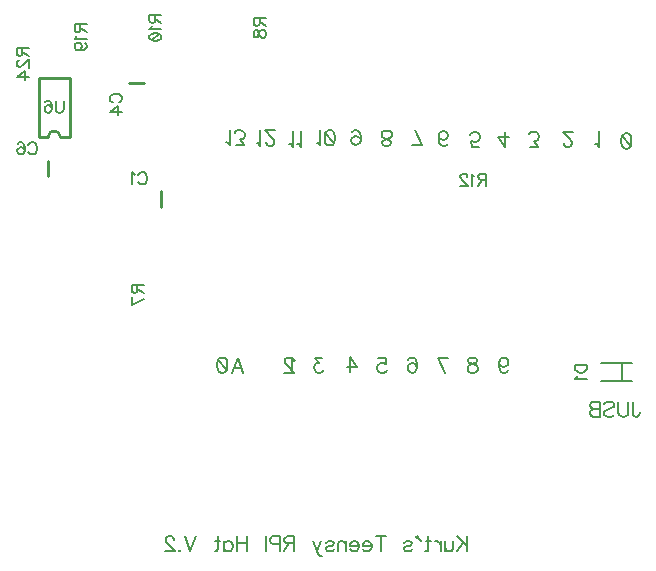
<source format=gbo>
G04 DipTrace 3.0.0.2*
G04 TeensyArbotixProRPIV0.2.gbo*
%MOIN*%
G04 #@! TF.FileFunction,Legend,Bot*
G04 #@! TF.Part,Single*
%ADD10C,0.009843*%
%ADD18C,0.008*%
%ADD121C,0.006176*%
%ADD122C,0.00772*%
%ADD123C,0.007*%
%FSLAX26Y26*%
G04*
G70*
G90*
G75*
G01*
G04 BotSilk*
%LPD*%
X1315061Y1622991D2*
D10*
Y1674133D1*
X1259272Y2035061D2*
X1208130D1*
X940061Y1723130D2*
Y1774272D1*
X2885229Y1102504D2*
D18*
X2853738D1*
X2782863D1*
X2885229Y1041481D2*
X2853738D1*
X2782863D1*
X2853738Y1102504D2*
Y1041481D1*
X908812Y1855274D2*
D10*
Y2052128D1*
X1011188Y1855274D2*
Y2052128D1*
X908812D2*
X1011188D1*
X940306Y1855274D2*
X908812D1*
X979695D2*
X1011188D1*
X940306D2*
G02X979695Y1855274I19694J-9D01*
G01*
X1240809Y1727117D2*
D121*
X1242710Y1730920D1*
X1246557Y1734767D1*
X1250360Y1736668D1*
X1258009D1*
X1261856Y1734767D1*
X1265658Y1730920D1*
X1267604Y1727117D1*
X1269505Y1721369D1*
Y1711775D1*
X1267604Y1706071D1*
X1265658Y1702224D1*
X1261856Y1698421D1*
X1258009Y1696476D1*
X1250360D1*
X1246557Y1698421D1*
X1242710Y1702224D1*
X1240809Y1706071D1*
X1228458Y1728974D2*
X1224611Y1730920D1*
X1218863Y1736624D1*
Y1696476D1*
X1155146Y1970360D2*
X1151343Y1972261D1*
X1147496Y1976108D1*
X1145595Y1979910D1*
Y1987560D1*
X1147496Y1991406D1*
X1151343Y1995209D1*
X1155146Y1997154D1*
X1160894Y1999056D1*
X1170488D1*
X1176192Y1997154D1*
X1180039Y1995209D1*
X1183842Y1991406D1*
X1185787Y1987560D1*
Y1979910D1*
X1183842Y1976108D1*
X1180039Y1972261D1*
X1176192Y1970360D1*
X1185787Y1938863D2*
X1145639D1*
X1172390Y1958008D1*
Y1929312D1*
X873436Y1827256D2*
X875338Y1831059D1*
X879184Y1834906D1*
X882987Y1836807D1*
X890636D1*
X894483Y1834906D1*
X898285Y1831059D1*
X900231Y1827256D1*
X902132Y1821508D1*
Y1811914D1*
X900231Y1806210D1*
X898285Y1802363D1*
X894483Y1798561D1*
X890636Y1796615D1*
X882987D1*
X879184Y1798561D1*
X875338Y1802363D1*
X873436Y1806210D1*
X838137Y1831059D2*
X840038Y1834862D1*
X845786Y1836763D1*
X849589D1*
X855337Y1834862D1*
X859184Y1829114D1*
X861085Y1819563D1*
Y1810012D1*
X859184Y1802363D1*
X855337Y1798516D1*
X849589Y1796615D1*
X847688D1*
X841984Y1798516D1*
X838137Y1802363D1*
X836236Y1808111D1*
Y1810012D1*
X838137Y1815760D1*
X841984Y1819563D1*
X847688Y1821464D1*
X849589D1*
X855337Y1819563D1*
X859184Y1815760D1*
X861085Y1810012D1*
X2695743Y1096363D2*
X2735935D1*
Y1082965D1*
X2733990Y1077217D1*
X2730187Y1073371D1*
X2726341Y1071469D1*
X2720637Y1069568D1*
X2711042D1*
X2705294Y1071469D1*
X2701491Y1073371D1*
X2697645Y1077218D1*
X2695743Y1082966D1*
Y1096363D1*
X2703437Y1057217D2*
X2701491Y1053370D1*
X2695787Y1047622D1*
X2735935D1*
X1237004Y1361671D2*
Y1344472D1*
X1235058Y1338724D1*
X1233157Y1336778D1*
X1229355Y1334877D1*
X1225508D1*
X1221705Y1336778D1*
X1219760Y1338724D1*
X1217859Y1344472D1*
Y1361671D1*
X1258051D1*
X1237004Y1348274D2*
X1258051Y1334877D1*
Y1314876D2*
X1217903Y1295731D1*
Y1322525D1*
X1644406Y2251649D2*
Y2234449D1*
X1642460Y2228701D1*
X1640559Y2226756D1*
X1636756Y2224855D1*
X1632909D1*
X1629107Y2226756D1*
X1627161Y2228701D1*
X1625260Y2234449D1*
Y2251649D1*
X1665452D1*
X1644406Y2238252D2*
X1665452Y2224855D1*
X1625304Y2202953D2*
X1627206Y2208657D1*
X1631008Y2210602D1*
X1634855D1*
X1638657Y2208657D1*
X1640603Y2204854D1*
X1642504Y2197205D1*
X1644405Y2191457D1*
X1648252Y2187654D1*
X1652055Y2185753D1*
X1657803D1*
X1661605Y2187654D1*
X1663551Y2189555D1*
X1665452Y2195303D1*
Y2202953D1*
X1663551Y2208656D1*
X1661605Y2210602D1*
X1657803Y2212503D1*
X1652055D1*
X1648252Y2210602D1*
X1644406Y2206755D1*
X1642504Y2201051D1*
X1640603Y2193402D1*
X1638657Y2189555D1*
X1634855Y2187654D1*
X1631008D1*
X1627206Y2189555D1*
X1625304Y2195303D1*
Y2202953D1*
X1296276Y2262644D2*
Y2245445D1*
X1294330Y2239697D1*
X1292429Y2237751D1*
X1288627Y2235850D1*
X1284780D1*
X1280977Y2237751D1*
X1279032Y2239697D1*
X1277130Y2245445D1*
Y2262645D1*
X1317322Y2262644D1*
X1296276Y2249247D2*
X1317322Y2235850D1*
X1284824Y2223498D2*
X1282879Y2219652D1*
X1277175Y2213904D1*
X1317322D1*
X1277175Y2190056D2*
X1279076Y2195804D1*
X1284824Y2199651D1*
X1294375Y2201552D1*
X1300123D1*
X1309673Y2199651D1*
X1315421Y2195804D1*
X1317322Y2190056D1*
Y2186254D1*
X1315421Y2180506D1*
X1309673Y2176703D1*
X1300123Y2174758D1*
X1294375D1*
X1284824Y2176703D1*
X1279076Y2180506D1*
X1277175Y2186254D1*
Y2190056D1*
X1284824Y2176703D2*
X1309673Y2199651D1*
X2400046Y1712662D2*
X2382846D1*
X2377098Y1714607D1*
X2375153Y1716508D1*
X2373251Y1720311D1*
Y1724158D1*
X2375153Y1727960D1*
X2377098Y1729906D1*
X2382846Y1731807D1*
X2400046D1*
Y1691615D1*
X2386649Y1712662D2*
X2373251Y1691615D1*
X2360900Y1724114D2*
X2357053Y1726059D1*
X2351305Y1731763D1*
Y1691615D1*
X2337008Y1722212D2*
Y1724114D1*
X2335107Y1727960D1*
X2333206Y1729862D1*
X2329359Y1731763D1*
X2321710D1*
X2317907Y1729862D1*
X2316006Y1727960D1*
X2314060Y1724114D1*
Y1720311D1*
X2316006Y1716464D1*
X2319808Y1710760D1*
X2338954Y1691615D1*
X2312159D1*
X1047004Y2230056D2*
Y2212856D1*
X1045058Y2207108D1*
X1043157Y2205163D1*
X1039355Y2203261D1*
X1035508D1*
X1031705Y2205163D1*
X1029760Y2207108D1*
X1027859Y2212856D1*
Y2230056D1*
X1068051D1*
X1047004Y2216659D2*
X1068051Y2203261D1*
X1035552Y2190910D2*
X1033607Y2187063D1*
X1027903Y2181315D1*
X1068051D1*
X1041256Y2144071D2*
X1047004Y2146016D1*
X1050851Y2149819D1*
X1052752Y2155567D1*
Y2157468D1*
X1050851Y2163216D1*
X1047004Y2167018D1*
X1041256Y2168964D1*
X1039355D1*
X1033607Y2167018D1*
X1029804Y2163216D1*
X1027903Y2157468D1*
Y2155567D1*
X1029804Y2149819D1*
X1033607Y2146016D1*
X1041256Y2144071D1*
X1050851D1*
X1060401Y2146016D1*
X1066149Y2149819D1*
X1068051Y2155567D1*
Y2159369D1*
X1066149Y2165117D1*
X1062303Y2167018D1*
X853677Y2152195D2*
Y2134995D1*
X851732Y2129247D1*
X849831Y2127302D1*
X846028Y2125400D1*
X842181D1*
X838379Y2127302D1*
X836433Y2129247D1*
X834532Y2134995D1*
Y2152195D1*
X874724D1*
X853677Y2138798D2*
X874724Y2125400D1*
X844127Y2111104D2*
X842226D1*
X838379Y2109202D1*
X836478Y2107301D1*
X834576Y2103454D1*
Y2095805D1*
X836478Y2092002D1*
X838379Y2090101D1*
X842226Y2088156D1*
X846028D1*
X849875Y2090101D1*
X855579Y2093904D1*
X874724Y2113049D1*
Y2086254D1*
Y2054758D2*
X834576D1*
X861327Y2073903D1*
Y2045207D1*
X991998Y1976207D2*
Y1947511D1*
X990097Y1941763D1*
X986250Y1937960D1*
X980502Y1936015D1*
X976699D1*
X970951Y1937960D1*
X967104Y1941763D1*
X965203Y1947511D1*
Y1976207D1*
X929904Y1970459D2*
X931805Y1974261D1*
X937553Y1976163D1*
X941356D1*
X947104Y1974261D1*
X950950Y1968513D1*
X952852Y1958963D1*
Y1949412D1*
X950950Y1941763D1*
X947104Y1937916D1*
X941356Y1936015D1*
X939454D1*
X933751Y1937916D1*
X929904Y1941763D1*
X928003Y1947511D1*
Y1949412D1*
X929904Y1955160D1*
X933751Y1958963D1*
X939454Y1960864D1*
X941356D1*
X947104Y1958963D1*
X950950Y1955160D1*
X952852Y1949412D1*
X2335538Y523863D2*
D123*
Y473623D1*
X2302044Y523863D2*
X2335538Y490370D1*
X2323599Y502363D2*
X2302044Y473623D1*
X2288044Y507117D2*
Y483185D1*
X2285668Y476055D1*
X2280859Y473623D1*
X2273674D1*
X2268921Y476055D1*
X2261736Y483185D1*
Y507117D2*
Y473623D1*
X2247736Y507117D2*
Y473623D1*
Y492747D2*
X2245304Y499932D1*
X2240551Y504740D1*
X2235743Y507117D1*
X2228558D1*
X2207372Y523863D2*
Y483185D1*
X2204996Y476055D1*
X2200187Y473623D1*
X2195434D1*
X2214558Y507117D2*
X2197811D1*
X2169441Y523808D2*
X2181434Y509438D1*
X2167064Y521431D1*
X2169441Y523808D1*
X2126756Y499932D2*
X2129132Y504740D1*
X2136317Y507117D1*
X2143503D1*
X2150688Y504740D1*
X2153064Y499932D1*
X2150688Y495178D1*
X2145879Y492747D1*
X2133941Y490370D1*
X2129132Y487993D1*
X2126756Y483185D1*
Y480808D1*
X2129132Y476055D1*
X2136317Y473623D1*
X2143503D1*
X2150688Y476055D1*
X2153064Y480808D1*
X2048847Y523863D2*
Y473623D1*
X2065594Y523863D2*
X2032101D1*
X2018101Y492747D2*
X1989416D1*
Y497555D1*
X1991793Y502363D1*
X1994169Y504740D1*
X1998978Y507117D1*
X2006163D1*
X2010916Y504740D1*
X2015724Y499932D1*
X2018101Y492747D1*
Y487993D1*
X2015724Y480808D1*
X2010916Y476055D1*
X2006163Y473623D1*
X1998978D1*
X1994169Y476055D1*
X1989416Y480808D1*
X1975416Y492747D2*
X1946731D1*
Y497555D1*
X1949108Y502363D1*
X1951484Y504740D1*
X1956293Y507117D1*
X1963478D1*
X1968231Y504740D1*
X1973039Y499932D1*
X1975416Y492747D1*
Y487993D1*
X1973039Y480808D1*
X1968231Y476055D1*
X1963478Y473623D1*
X1956293D1*
X1951484Y476055D1*
X1946731Y480808D1*
X1932731Y507117D2*
Y473623D1*
Y497555D2*
X1925546Y504740D1*
X1920738Y507117D1*
X1913608D1*
X1908799Y504740D1*
X1906423Y497555D1*
Y473623D1*
X1866114Y499932D2*
X1868491Y504740D1*
X1875676Y507117D1*
X1882861D1*
X1890046Y504740D1*
X1892423Y499932D1*
X1890046Y495178D1*
X1885238Y492747D1*
X1873299Y490370D1*
X1868491Y487993D1*
X1866114Y483185D1*
Y480808D1*
X1868491Y476055D1*
X1875676Y473623D1*
X1882861D1*
X1890046Y476055D1*
X1892423Y480808D1*
X1849683Y507117D2*
X1835368Y473623D1*
X1840121Y464062D1*
X1844929Y459253D1*
X1849683Y456877D1*
X1852114D1*
X1820998Y507117D2*
X1835368Y473623D1*
X1759836Y499932D2*
X1738336D1*
X1731151Y502363D1*
X1728719Y504740D1*
X1726343Y509493D1*
Y514302D1*
X1728719Y519055D1*
X1731151Y521487D1*
X1738336Y523863D1*
X1759836D1*
Y473623D1*
X1743089Y499932D2*
X1726343Y473623D1*
X1712343Y497555D2*
X1690788D1*
X1683658Y499932D1*
X1681226Y502363D1*
X1678849Y507117D1*
Y514302D1*
X1681226Y519055D1*
X1683658Y521487D1*
X1690788Y523863D1*
X1712343D1*
Y473623D1*
X1664849Y523863D2*
Y473623D1*
X1603688Y523863D2*
Y473623D1*
X1570194Y523863D2*
Y473623D1*
X1603688Y499932D2*
X1570194D1*
X1527509Y507117D2*
Y473623D1*
Y499932D2*
X1532263Y504740D1*
X1537071Y507117D1*
X1544201D1*
X1549009Y504740D1*
X1553762Y499932D1*
X1556194Y492747D1*
Y487993D1*
X1553762Y480808D1*
X1549009Y476055D1*
X1544201Y473623D1*
X1537071D1*
X1532263Y476055D1*
X1527509Y480808D1*
X1506324Y523863D2*
Y483185D1*
X1503948Y476055D1*
X1499139Y473623D1*
X1494386D1*
X1513509Y507117D2*
X1496763D1*
X1433224Y523863D2*
X1414101Y473623D1*
X1394978Y523863D1*
X1378601Y478432D2*
X1380978Y476000D1*
X1378601Y473623D1*
X1376169Y476000D1*
X1378601Y478432D1*
X1359738Y511870D2*
Y514246D1*
X1357361Y519055D1*
X1354984Y521431D1*
X1350176Y523808D1*
X1340614D1*
X1335861Y521431D1*
X1333485Y519055D1*
X1331053Y514246D1*
Y509493D1*
X1333485Y504685D1*
X1338238Y497555D1*
X1362169Y473623D1*
X1328676D1*
X1763388Y1108830D2*
D122*
X1758579Y1111262D1*
X1751394Y1118392D1*
Y1068207D1*
X1756456Y1107454D2*
Y1109830D1*
X1754079Y1114639D1*
X1751702Y1117015D1*
X1746894Y1119392D1*
X1737332D1*
X1732579Y1117015D1*
X1730203Y1114639D1*
X1727771Y1109830D1*
Y1105077D1*
X1730203Y1100269D1*
X1734956Y1093139D1*
X1758887Y1069207D1*
X1725394D1*
X1854079Y1119392D2*
X1827826D1*
X1842141Y1100269D1*
X1834956D1*
X1830203Y1097892D1*
X1827826Y1095515D1*
X1825394Y1088330D1*
Y1083577D1*
X1827826Y1076392D1*
X1832579Y1071584D1*
X1839764Y1069207D1*
X1846949D1*
X1854079Y1071584D1*
X1856456Y1074015D1*
X1858887Y1078769D1*
X2140458Y1112262D2*
X2142835Y1117015D1*
X2150020Y1119392D1*
X2154773D1*
X2161958Y1117015D1*
X2166767Y1109830D1*
X2169143Y1097892D1*
Y1085954D1*
X2166767Y1076392D1*
X2161958Y1071584D1*
X2154773Y1069207D1*
X2152397D1*
X2145267Y1071584D1*
X2140458Y1076392D1*
X2138082Y1083577D1*
Y1085954D1*
X2140458Y1093139D1*
X2145267Y1097892D1*
X2152397Y1100269D1*
X2154773D1*
X2161958Y1097892D1*
X2166767Y1093139D1*
X2169143Y1085954D1*
X2262014Y1069207D2*
X2238082Y1119392D1*
X2271575D1*
X2359582D2*
X2366711Y1117015D1*
X2369143Y1112262D1*
Y1107454D1*
X2366711Y1102700D1*
X2361958Y1100269D1*
X2352397Y1097892D1*
X2345212Y1095515D1*
X2340458Y1090707D1*
X2338082Y1085954D1*
Y1078769D1*
X2340458Y1074015D1*
X2342835Y1071584D1*
X2350020Y1069207D1*
X2359582D1*
X2366711Y1071584D1*
X2369143Y1074015D1*
X2371520Y1078769D1*
Y1085954D1*
X2369143Y1090707D1*
X2364335Y1095515D1*
X2357205Y1097892D1*
X2347643Y1100269D1*
X2342835Y1102700D1*
X2340458Y1107454D1*
Y1112262D1*
X2342835Y1117015D1*
X2350020Y1119392D1*
X2359582D1*
X2443082Y1102700D2*
X2445514Y1095515D1*
X2450267Y1090707D1*
X2457452Y1088330D1*
X2459828D1*
X2467014Y1090707D1*
X2471767Y1095515D1*
X2474199Y1102700D1*
Y1105077D1*
X2471767Y1112262D1*
X2467014Y1117015D1*
X2459828Y1119392D1*
X2457452D1*
X2450267Y1117015D1*
X2445514Y1112262D1*
X2443082Y1102700D1*
Y1090707D1*
X2445514Y1078769D1*
X2450267Y1071584D1*
X2457452Y1069207D1*
X2462205D1*
X2469390Y1071584D1*
X2471767Y1076392D1*
X1552327Y1069207D2*
X1571505Y1119447D1*
X1590629Y1069207D1*
X1583443Y1085954D2*
X1559512D1*
X1522517Y1119392D2*
X1529702Y1117015D1*
X1534511Y1109830D1*
X1536887Y1097892D1*
Y1090707D1*
X1534511Y1078769D1*
X1529702Y1071584D1*
X1522517Y1069207D1*
X1517764D1*
X1510579Y1071584D1*
X1505826Y1078769D1*
X1503394Y1090707D1*
Y1097892D1*
X1505826Y1109830D1*
X1510579Y1117015D1*
X1517764Y1119392D1*
X1522517D1*
X1505826Y1109830D2*
X1534511Y1078769D1*
X1946578Y1072573D2*
Y1122758D1*
X1970509Y1089320D1*
X1934640D1*
X2040822Y1118032D2*
X2064698D1*
X2067075Y1096532D1*
X2064698Y1098909D1*
X2057513Y1101341D1*
X2050384D1*
X2043199Y1098909D1*
X2038390Y1094156D1*
X2036014Y1086971D1*
Y1082218D1*
X2038390Y1075032D1*
X2043199Y1070224D1*
X2050384Y1067847D1*
X2057513D1*
X2064698Y1070224D1*
X2067075Y1072656D1*
X2069507Y1077409D1*
X2762886Y1832487D2*
X2767694Y1830055D1*
X2774879Y1822925D1*
Y1873110D1*
X2658042Y1834572D2*
Y1832195D1*
X2660419Y1827387D1*
X2662795Y1825010D1*
X2667604Y1822634D1*
X2677165D1*
X2681918Y1825010D1*
X2684295Y1827387D1*
X2686727Y1832195D1*
Y1836948D1*
X2684295Y1841757D1*
X2679542Y1848887D1*
X2655610Y1872818D1*
X2689104D1*
X2547354Y1822634D2*
X2573607D1*
X2559293Y1841757D1*
X2566478D1*
X2571231Y1844133D1*
X2573607Y1846510D1*
X2576039Y1853695D1*
Y1858448D1*
X2573607Y1865633D1*
X2568854Y1870442D1*
X2561669Y1872818D1*
X2554484D1*
X2547354Y1870442D1*
X2544978Y1868010D1*
X2542546Y1863257D1*
X2270555Y1832346D2*
X2268178Y1827593D1*
X2260993Y1825216D1*
X2256240D1*
X2249055Y1827593D1*
X2244247Y1834778D1*
X2241870Y1846716D1*
Y1858654D1*
X2244247Y1868216D1*
X2249055Y1873024D1*
X2256240Y1875401D1*
X2258617D1*
X2265747Y1873024D1*
X2270555Y1868216D1*
X2272932Y1861031D1*
Y1858654D1*
X2270555Y1851469D1*
X2265747Y1846716D1*
X2258617Y1844340D1*
X2256240D1*
X2249055Y1846716D1*
X2244247Y1851469D1*
X2241870Y1858654D1*
X2161054Y1877551D2*
X2184985Y1827366D1*
X2151492D1*
X2063280Y1826075D2*
X2056150Y1828451D1*
X2053718Y1833204D1*
Y1838013D1*
X2056150Y1842766D1*
X2060903Y1845198D1*
X2070465Y1847574D1*
X2077650Y1849951D1*
X2082403Y1854759D1*
X2084779Y1859513D1*
Y1866698D1*
X2082403Y1871451D1*
X2080026Y1873883D1*
X2072841Y1876259D1*
X2063280D1*
X2056150Y1873883D1*
X2053718Y1871451D1*
X2051341Y1866698D1*
Y1859513D1*
X2053718Y1854759D1*
X2058526Y1849951D1*
X2065656Y1847574D1*
X2075218Y1845198D1*
X2080026Y1842766D1*
X2082403Y1838013D1*
Y1833204D1*
X2080026Y1828451D1*
X2072841Y1826075D1*
X2063280D1*
X1981497Y1844057D2*
X1979065Y1851242D1*
X1974312Y1856051D1*
X1967127Y1858427D1*
X1964751D1*
X1957566Y1856051D1*
X1952812Y1851242D1*
X1950381Y1844057D1*
Y1841681D1*
X1952812Y1834496D1*
X1957566Y1829743D1*
X1964751Y1827366D1*
X1967127D1*
X1974312Y1829742D1*
X1979065Y1834496D1*
X1981497Y1844057D1*
Y1856051D1*
X1979065Y1867989D1*
X1974312Y1875174D1*
X1967127Y1877551D1*
X1962374D1*
X1955189Y1875174D1*
X1952812Y1870366D1*
X2462660Y1872312D2*
Y1822127D1*
X2438728Y1855565D1*
X2474598D1*
X2375093Y1821274D2*
X2351217D1*
X2348840Y1842774D1*
X2351217Y1840397D1*
X2358402Y1837965D1*
X2365531D1*
X2372716Y1840397D1*
X2377525Y1845150D1*
X2379901Y1852335D1*
Y1857089D1*
X2377525Y1864274D1*
X2372716Y1869082D1*
X2365531Y1871459D1*
X2358402D1*
X2351217Y1869082D1*
X2348840Y1866650D1*
X2346408Y1861897D1*
X2864884Y1816235D2*
X2857699Y1818611D1*
X2852891Y1825796D1*
X2850514Y1837735D1*
Y1844920D1*
X2852891Y1856858D1*
X2857700Y1864043D1*
X2864885Y1866419D1*
X2869638D1*
X2876823Y1864043D1*
X2881576Y1856858D1*
X2884008Y1844920D1*
Y1837734D1*
X2881576Y1825796D1*
X2876823Y1818611D1*
X2869638Y1816235D1*
X2864884D1*
X2881576Y1825796D2*
X2852891Y1856858D1*
X1834426Y1836080D2*
X1839234Y1833648D1*
X1846419Y1826518D1*
Y1876703D1*
X1876228Y1826518D2*
X1869043Y1828895D1*
X1864235Y1836080D1*
X1861858Y1848018D1*
Y1855203D1*
X1864235Y1867141D1*
X1869043Y1874326D1*
X1876228Y1876703D1*
X1880982D1*
X1888167Y1874326D1*
X1892920Y1867141D1*
X1895352Y1855203D1*
Y1848018D1*
X1892920Y1836080D1*
X1888167Y1828895D1*
X1880981Y1826518D1*
X1876228D1*
X1892920Y1836080D2*
X1864235Y1867141D1*
X1742852Y1832514D2*
X1747660Y1830082D1*
X1754845Y1822953D1*
Y1873137D1*
X1770285Y1832514D2*
X1775093Y1830082D1*
X1782278Y1822952D1*
Y1873137D1*
X1635495Y1835823D2*
X1640304Y1833391D1*
X1647489Y1826261D1*
Y1876446D1*
X1665360Y1838199D2*
Y1835823D1*
X1667736Y1831014D1*
X1670113Y1828638D1*
X1674921Y1826261D1*
X1684483D1*
X1689236Y1828637D1*
X1691613Y1831014D1*
X1694045Y1835823D1*
Y1840576D1*
X1691613Y1845384D1*
X1686859Y1852514D1*
X1662928Y1876446D1*
X1696421D1*
X1533555Y1837680D2*
X1538364Y1835248D1*
X1545549Y1828118D1*
Y1878303D1*
X1565797Y1828118D2*
X1592050D1*
X1577735Y1847241D1*
X1584920D1*
X1589673Y1849618D1*
X1592050Y1851994D1*
X1594481Y1859179D1*
Y1863933D1*
X1592050Y1871118D1*
X1587296Y1875926D1*
X1580111Y1878303D1*
X1572926D1*
X1565797Y1875926D1*
X1563420Y1873494D1*
X1560988Y1868741D1*
X2888287Y972378D2*
D123*
Y934131D1*
X2890664Y926946D1*
X2893096Y924570D1*
X2897849Y922138D1*
X2902657D1*
X2907411Y924570D1*
X2909787Y926946D1*
X2912219Y934131D1*
Y938884D1*
X2874287Y972378D2*
Y936508D1*
X2871911Y929323D1*
X2867102Y924570D1*
X2859917Y922138D1*
X2855164D1*
X2847979Y924570D1*
X2843171Y929323D1*
X2840794Y936508D1*
Y972378D1*
X2793301Y965193D2*
X2798054Y970001D1*
X2805239Y972378D1*
X2814800D1*
X2821986Y970001D1*
X2826794Y965193D1*
Y960439D1*
X2824362Y955631D1*
X2821986Y953254D1*
X2817232Y950878D1*
X2802862Y946069D1*
X2798054Y943693D1*
X2795677Y941261D1*
X2793301Y936508D1*
Y929323D1*
X2798054Y924570D1*
X2805239Y922138D1*
X2814800D1*
X2821986Y924570D1*
X2826794Y929323D1*
X2779301Y972378D2*
Y922138D1*
X2757746D1*
X2750560Y924570D1*
X2748184Y926946D1*
X2745807Y931699D1*
Y938884D1*
X2748184Y943693D1*
X2750560Y946069D1*
X2757746Y948446D1*
X2750560Y950878D1*
X2748184Y953254D1*
X2745807Y958008D1*
Y962816D1*
X2748184Y967569D1*
X2750560Y970001D1*
X2757746Y972378D1*
X2779301D1*
Y948446D2*
X2757746D1*
M02*

</source>
